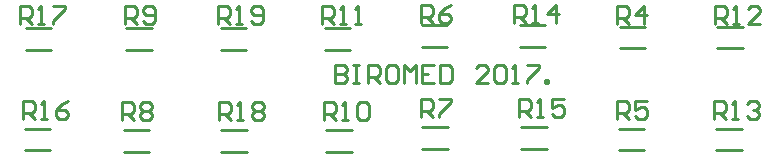
<source format=gto>
G04 Layer_Color=65535*
%FSLAX43Y43*%
%MOMM*%
G71*
G01*
G75*
%ADD13C,0.254*%
D13*
X114658Y89038D02*
X116817D01*
X114658Y87238D02*
X116817D01*
X106403Y89038D02*
X108562D01*
X106403Y87238D02*
X108562D01*
X97922Y89165D02*
X100081D01*
X97922Y87365D02*
X100081D01*
X89639Y89165D02*
X91798D01*
X89639Y87365D02*
X91798D01*
X81412Y88911D02*
X83571D01*
X81412Y87111D02*
X83571D01*
X72621Y88911D02*
X74780D01*
X72621Y87111D02*
X74780D01*
X64620Y88911D02*
X66779D01*
X64620Y87111D02*
X66779D01*
X56111Y88911D02*
X58270D01*
X56111Y87111D02*
X58270D01*
X72639Y78475D02*
X74798D01*
X72639Y80275D02*
X74798D01*
X56030Y78602D02*
X58189D01*
X56030Y80402D02*
X58189D01*
X98039Y78729D02*
X100198D01*
X98039Y80529D02*
X100198D01*
X114549Y78602D02*
X116708D01*
X114549Y80402D02*
X116708D01*
X81529Y78475D02*
X83688D01*
X81529Y80275D02*
X83688D01*
X64412Y78475D02*
X66571D01*
X64412Y80275D02*
X66571D01*
X89685Y78729D02*
X91844D01*
X89685Y80529D02*
X91844D01*
X106322Y78602D02*
X108481D01*
X106322Y80402D02*
X108481D01*
X82296Y85852D02*
Y84328D01*
X83058D01*
X83312Y84582D01*
Y84836D01*
X83058Y85090D01*
X82296D01*
X83058D01*
X83312Y85344D01*
Y85598D01*
X83058Y85852D01*
X82296D01*
X83820D02*
X84327D01*
X84073D01*
Y84328D01*
X83820D01*
X84327D01*
X85089D02*
Y85852D01*
X85851D01*
X86105Y85598D01*
Y85090D01*
X85851Y84836D01*
X85089D01*
X85597D02*
X86105Y84328D01*
X87374Y85852D02*
X86867D01*
X86613Y85598D01*
Y84582D01*
X86867Y84328D01*
X87374D01*
X87628Y84582D01*
Y85598D01*
X87374Y85852D01*
X88136Y84328D02*
Y85852D01*
X88644Y85344D01*
X89152Y85852D01*
Y84328D01*
X90675Y85852D02*
X89660D01*
Y84328D01*
X90675D01*
X89660Y85090D02*
X90167D01*
X91183Y85852D02*
Y84328D01*
X91945D01*
X92199Y84582D01*
Y85598D01*
X91945Y85852D01*
X91183D01*
X95246Y84328D02*
X94230D01*
X95246Y85344D01*
Y85598D01*
X94992Y85852D01*
X94484D01*
X94230Y85598D01*
X95754D02*
X96008Y85852D01*
X96515D01*
X96769Y85598D01*
Y84582D01*
X96515Y84328D01*
X96008D01*
X95754Y84582D01*
Y85598D01*
X97277Y84328D02*
X97785D01*
X97531D01*
Y85852D01*
X97277Y85598D01*
X98547Y85852D02*
X99562D01*
Y85598D01*
X98547Y84582D01*
Y84328D01*
X100070D02*
Y84582D01*
X100324D01*
Y84328D01*
X100070D01*
X114427Y89281D02*
Y90805D01*
X115189D01*
X115443Y90551D01*
Y90043D01*
X115189Y89789D01*
X114427D01*
X114935D02*
X115443Y89281D01*
X115951D02*
X116458D01*
X116204D01*
Y90805D01*
X115951Y90551D01*
X118236Y89281D02*
X117220D01*
X118236Y90297D01*
Y90551D01*
X117982Y90805D01*
X117474D01*
X117220Y90551D01*
X106172Y89281D02*
Y90805D01*
X106934D01*
X107188Y90551D01*
Y90043D01*
X106934Y89789D01*
X106172D01*
X106680D02*
X107188Y89281D01*
X108457D02*
Y90805D01*
X107696Y90043D01*
X108711D01*
X97409Y89408D02*
Y90932D01*
X98171D01*
X98425Y90678D01*
Y90170D01*
X98171Y89916D01*
X97409D01*
X97917D02*
X98425Y89408D01*
X98933D02*
X99440D01*
X99186D01*
Y90932D01*
X98933Y90678D01*
X100964Y89408D02*
Y90932D01*
X100202Y90170D01*
X101218D01*
X89535Y89408D02*
Y90932D01*
X90297D01*
X90551Y90678D01*
Y90170D01*
X90297Y89916D01*
X89535D01*
X90043D02*
X90551Y89408D01*
X92074Y90932D02*
X91566Y90678D01*
X91059Y90170D01*
Y89662D01*
X91312Y89408D01*
X91820D01*
X92074Y89662D01*
Y89916D01*
X91820Y90170D01*
X91059D01*
X81153Y89281D02*
Y90805D01*
X81915D01*
X82169Y90551D01*
Y90043D01*
X81915Y89789D01*
X81153D01*
X81661D02*
X82169Y89281D01*
X82677D02*
X83184D01*
X82930D01*
Y90805D01*
X82677Y90551D01*
X83946Y89281D02*
X84454D01*
X84200D01*
Y90805D01*
X83946Y90551D01*
X72390Y89281D02*
Y90805D01*
X73152D01*
X73406Y90551D01*
Y90043D01*
X73152Y89789D01*
X72390D01*
X72898D02*
X73406Y89281D01*
X73914D02*
X74421D01*
X74167D01*
Y90805D01*
X73914Y90551D01*
X75183Y89535D02*
X75437Y89281D01*
X75945D01*
X76199Y89535D01*
Y90551D01*
X75945Y90805D01*
X75437D01*
X75183Y90551D01*
Y90297D01*
X75437Y90043D01*
X76199D01*
X64516Y89281D02*
Y90805D01*
X65278D01*
X65532Y90551D01*
Y90043D01*
X65278Y89789D01*
X64516D01*
X65024D02*
X65532Y89281D01*
X66040Y89535D02*
X66293Y89281D01*
X66801D01*
X67055Y89535D01*
Y90551D01*
X66801Y90805D01*
X66293D01*
X66040Y90551D01*
Y90297D01*
X66293Y90043D01*
X67055D01*
X55626Y89281D02*
Y90805D01*
X56388D01*
X56642Y90551D01*
Y90043D01*
X56388Y89789D01*
X55626D01*
X56134D02*
X56642Y89281D01*
X57150D02*
X57657D01*
X57403D01*
Y90805D01*
X57150Y90551D01*
X58419Y90805D02*
X59435D01*
Y90551D01*
X58419Y89535D01*
Y89281D01*
X72490Y81162D02*
Y82685D01*
X73251D01*
X73505Y82431D01*
Y81923D01*
X73251Y81669D01*
X72490D01*
X72997D02*
X73505Y81162D01*
X74013D02*
X74521D01*
X74267D01*
Y82685D01*
X74013Y82431D01*
X75283D02*
X75537Y82685D01*
X76044D01*
X76298Y82431D01*
Y82177D01*
X76044Y81923D01*
X76298Y81669D01*
Y81416D01*
X76044Y81162D01*
X75537D01*
X75283Y81416D01*
Y81669D01*
X75537Y81923D01*
X75283Y82177D01*
Y82431D01*
X75537Y81923D02*
X76044D01*
X55903Y81289D02*
Y82812D01*
X56665D01*
X56919Y82558D01*
Y82050D01*
X56665Y81796D01*
X55903D01*
X56411D02*
X56919Y81289D01*
X57427D02*
X57935D01*
X57681D01*
Y82812D01*
X57427Y82558D01*
X59712Y82812D02*
X59204Y82558D01*
X58696Y82050D01*
Y81543D01*
X58950Y81289D01*
X59458D01*
X59712Y81543D01*
Y81796D01*
X59458Y82050D01*
X58696D01*
X97890Y81416D02*
Y82939D01*
X98651D01*
X98905Y82685D01*
Y82177D01*
X98651Y81923D01*
X97890D01*
X98397D02*
X98905Y81416D01*
X99413D02*
X99921D01*
X99667D01*
Y82939D01*
X99413Y82685D01*
X101698Y82939D02*
X100683D01*
Y82177D01*
X101191Y82431D01*
X101444D01*
X101698Y82177D01*
Y81670D01*
X101444Y81416D01*
X100937D01*
X100683Y81670D01*
X114400Y81289D02*
Y82812D01*
X115161D01*
X115415Y82558D01*
Y82050D01*
X115161Y81796D01*
X114400D01*
X114907D02*
X115415Y81289D01*
X115923D02*
X116431D01*
X116177D01*
Y82812D01*
X115923Y82558D01*
X117193D02*
X117447Y82812D01*
X117954D01*
X118208Y82558D01*
Y82304D01*
X117954Y82050D01*
X117701D01*
X117954D01*
X118208Y81796D01*
Y81543D01*
X117954Y81289D01*
X117447D01*
X117193Y81543D01*
X81380Y81162D02*
Y82685D01*
X82141D01*
X82395Y82431D01*
Y81923D01*
X82141Y81669D01*
X81380D01*
X81887D02*
X82395Y81162D01*
X82903D02*
X83411D01*
X83157D01*
Y82685D01*
X82903Y82431D01*
X84173D02*
X84427Y82685D01*
X84934D01*
X85188Y82431D01*
Y81416D01*
X84934Y81162D01*
X84427D01*
X84173Y81416D01*
Y82431D01*
X64285Y81162D02*
Y82685D01*
X65047D01*
X65301Y82431D01*
Y81923D01*
X65047Y81669D01*
X64285D01*
X64793D02*
X65301Y81162D01*
X65809Y82431D02*
X66063Y82685D01*
X66571D01*
X66825Y82431D01*
Y82177D01*
X66571Y81923D01*
X66825Y81669D01*
Y81416D01*
X66571Y81162D01*
X66063D01*
X65809Y81416D01*
Y81669D01*
X66063Y81923D01*
X65809Y82177D01*
Y82431D01*
X66063Y81923D02*
X66571D01*
X89558Y81416D02*
Y82939D01*
X90320D01*
X90574Y82685D01*
Y82177D01*
X90320Y81923D01*
X89558D01*
X90066D02*
X90574Y81416D01*
X91082Y82939D02*
X92098D01*
Y82685D01*
X91082Y81670D01*
Y81416D01*
X106173Y81289D02*
Y82812D01*
X106934D01*
X107188Y82558D01*
Y82050D01*
X106934Y81796D01*
X106173D01*
X106680D02*
X107188Y81289D01*
X108712Y82812D02*
X107696D01*
Y82050D01*
X108204Y82304D01*
X108458D01*
X108712Y82050D01*
Y81543D01*
X108458Y81289D01*
X107950D01*
X107696Y81543D01*
M02*

</source>
